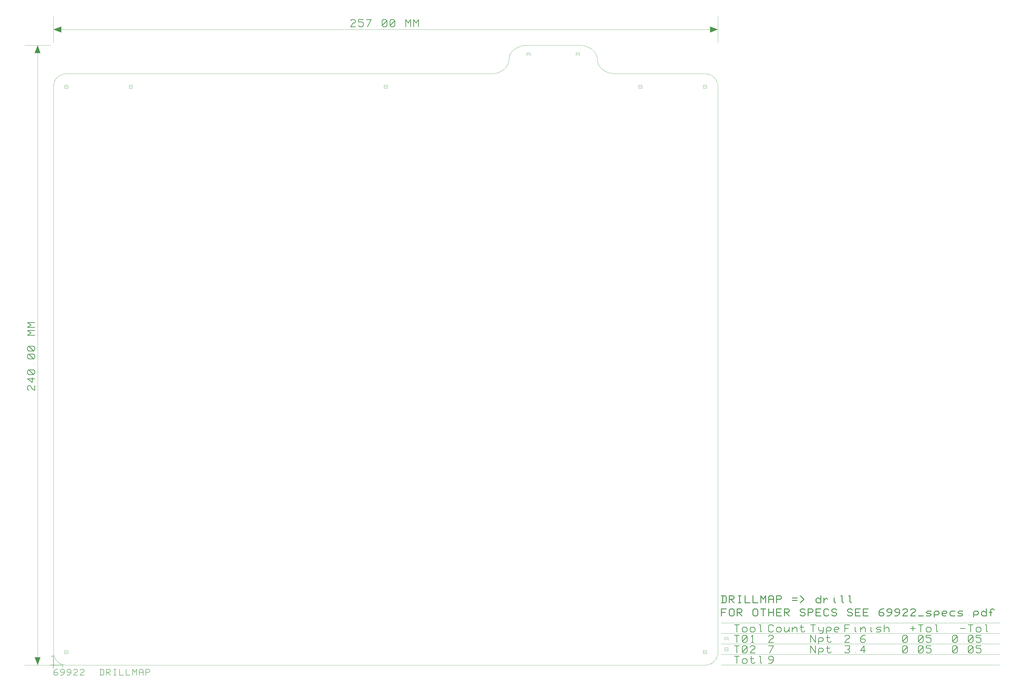
<source format=gbr>
*
%FSLAX26Y26*%
%MOIN*%
%ADD10C,0.005000*%
%ADD11C,0.004000*%
%ADD12C,0.007008*%
%ADD13C,0.001992*%
%ADD14R,0.002000X0.002000*%
%ADD15C,0.009000*%
%ADD16C,0.012000*%
%ADD17C,0.001000*%
%ADD18C,0.002000*%
%ADD19C,0.008000*%
%IPPOS*%
%LNdrillmap.gbr*%
%LPD*%
G75*
G54D10*
X7984500Y9310600D03*
G54D11*
X7959500Y9285600D02*
Y9335600D01*
X8009500D01*
Y9285600D01*
X7959500Y9310600D02*
X8009500D01*
G54D10*
X7234500D03*
G54D11*
X7209500Y9285600D02*
Y9335600D01*
X7259500D01*
Y9285600D01*
X7209500Y9310600D02*
X7259500D01*
G54D10*
X9921250Y196250D03*
G54D11*
X9896250Y171250D02*
Y221250D01*
X9946250D01*
Y171250D01*
X9896250Y196250D02*
X9946250D01*
X9896250Y171250D02*
X9946250D01*
G54D10*
X196850Y196250D03*
G54D11*
X171850Y171250D02*
Y221250D01*
X221850D01*
Y171250D01*
X171850Y196250D02*
X221850D01*
X171850Y171250D02*
X221850D01*
G54D10*
X196850Y8818350D03*
G54D11*
X171850Y8793350D02*
Y8843350D01*
X221850D01*
Y8793350D01*
X171850Y8818350D02*
X221850D01*
X171850Y8793350D02*
X221850D01*
G54D10*
X1181100Y8818350D03*
G54D11*
X1156100Y8793350D02*
Y8843350D01*
X1206100D01*
Y8793350D01*
X1156100Y8818350D02*
X1206100D01*
X1156100Y8793350D02*
X1206100D01*
G54D10*
X5059050Y8818350D03*
G54D11*
X5034050Y8793350D02*
Y8843350D01*
X5084050D01*
Y8793350D01*
X5034050Y8818350D02*
X5084050D01*
X5034050Y8793350D02*
X5084050D01*
G54D10*
X8937000Y8818350D03*
G54D11*
X8912000Y8793350D02*
Y8843350D01*
X8962000D01*
Y8793350D01*
X8912000Y8818350D02*
X8962000D01*
X8912000Y8793350D02*
X8962000D01*
G54D10*
X9921250Y8818350D03*
G54D11*
X9896250Y8793350D02*
Y8843350D01*
X9946250D01*
Y8793350D01*
X9896250Y8818350D02*
X9946250D01*
X9896250Y8793350D02*
X9946250D01*
G54D12*
X0Y-50000D02*
Y150000D01*
X-50000Y0D02*
X150000D01*
G54D13*
X130996Y-15767D02*
X146233Y-31004D01*
X130996D02*
X146233Y-15767D01*
X-31004Y146233D02*
Y138614D01*
X-27195Y134805D01*
X-15767D01*
Y146233D02*
Y130996D01*
X-19576Y127187D01*
X-27195D01*
G54D14*
X10168100Y0D02*
X14408100D01*
X10168100Y160000D02*
X14408100D01*
X10168100Y320000D02*
X14408100D01*
X10168100Y480000D02*
X14408100D01*
X10168100Y640000D02*
X14408100D01*
X10168100Y0D02*
Y640000D01*
X10328100Y0D02*
Y640000D01*
X10848100Y0D02*
Y640000D01*
X11488100Y0D02*
Y640000D01*
X12008100Y0D02*
Y640000D01*
X12888100Y0D02*
Y640000D01*
X13648100Y0D02*
Y640000D01*
X14408100Y0D02*
Y640000D01*
G54D15*
X10367600Y614765D02*
X10441110D01*
X10404355D02*
Y504500D01*
X10487600Y522877D02*
Y559632D01*
X10505977Y578010D01*
X10542732D01*
X10561110Y559632D01*
Y522877D01*
X10542732Y504500D01*
X10505977D01*
X10487600Y522877D01*
X10607600D02*
Y559632D01*
X10625977Y578010D01*
X10662732D01*
X10681110Y559632D01*
Y522877D01*
X10662732Y504500D01*
X10625977D01*
X10607600Y522877D01*
X10745977Y614765D02*
X10764355D01*
Y522877D01*
X10782732Y504500D01*
X10961110Y522877D02*
X10942732Y504500D01*
X10905977D01*
X10887600Y522877D01*
Y596387D01*
X10905977Y614765D01*
X10942732D01*
X10961110Y596387D01*
X11007600Y522877D02*
Y559632D01*
X11025977Y578010D01*
X11062732D01*
X11081110Y559632D01*
Y522877D01*
X11062732Y504500D01*
X11025977D01*
X11007600Y522877D01*
X11127600Y578010D02*
Y522877D01*
X11145977Y504500D01*
X11164355D01*
X11201110Y541255D01*
Y504500D02*
Y578010D01*
X11247600D02*
Y504500D01*
Y541255D02*
X11284355Y578010D01*
X11302732D01*
X11321110Y559632D01*
Y504500D01*
X11385977Y614765D02*
Y522877D01*
X11404355Y504500D01*
X11422732D01*
X11441110Y522877D01*
X11367600Y578010D02*
X11422732D01*
X11527600Y614765D02*
X11601110D01*
X11564355D02*
Y504500D01*
X11647600Y578010D02*
Y541255D01*
X11665977Y522877D01*
X11721110D01*
Y578010D02*
Y504500D01*
X11702732Y486122D01*
X11665977D01*
X11767600D02*
Y559632D01*
X11785977Y578010D01*
X11822732D01*
X11841110Y559632D01*
Y541255D01*
X11822732Y522877D01*
X11767600D01*
X11942732Y504500D02*
X11905977D01*
X11887600Y522877D01*
Y559632D01*
X11905977Y578010D01*
X11942732D01*
X11961110Y559632D01*
X11942732Y541255D01*
X11887600D01*
X12047600Y614765D02*
X12121110D01*
X12047600Y559632D02*
X12102732D01*
X12047600Y614765D02*
Y504500D01*
X12204355Y578010D02*
Y522877D01*
X12222732Y504500D01*
X12204355Y614765D03*
X12287600Y578010D02*
Y504500D01*
Y541255D02*
X12324355Y578010D01*
X12342732D01*
X12361110Y559632D01*
Y504500D01*
X12444355Y578010D02*
Y522877D01*
X12462732Y504500D01*
X12444355Y614765D03*
X12527600Y504500D02*
X12582732D01*
X12601110Y522877D01*
X12582732Y541255D01*
X12545977D01*
X12527600Y559632D01*
X12545977Y578010D01*
X12601110D01*
X12647600Y614765D02*
Y504500D01*
Y559632D02*
X12684355Y578010D01*
X12702732D01*
X12721110Y559632D01*
Y504500D01*
X13047600Y559632D02*
X13121110D01*
X13084355Y522877D02*
Y596387D01*
X13167600Y614765D02*
X13241110D01*
X13204355D02*
Y504500D01*
X13287600Y522877D02*
Y559632D01*
X13305977Y578010D01*
X13342732D01*
X13361110Y559632D01*
Y522877D01*
X13342732Y504500D01*
X13305977D01*
X13287600Y522877D01*
X13425977Y614765D02*
X13444355D01*
Y522877D01*
X13462732Y504500D01*
X13807600Y559632D02*
X13881110D01*
X13927600Y614765D02*
X14001110D01*
X13964355D02*
Y504500D01*
X14047600Y522877D02*
Y559632D01*
X14065977Y578010D01*
X14102732D01*
X14121110Y559632D01*
Y522877D01*
X14102732Y504500D01*
X14065977D01*
X14047600Y522877D01*
X14185977Y614765D02*
X14204355D01*
Y522877D01*
X14222732Y504500D01*
G54D11*
X10223100Y375000D02*
Y425000D01*
X10273100D01*
Y375000D01*
X10223100Y400000D02*
X10273100D01*
G54D15*
X10367600Y454765D02*
X10441110D01*
X10404355D02*
Y344500D01*
X10487600Y362877D02*
X10505977Y344500D01*
X10542732D01*
X10561110Y362877D01*
Y436387D01*
X10542732Y454765D01*
X10505977D01*
X10487600Y436387D01*
Y362877D01*
X10561110Y436387D01*
X10625977D02*
X10644355Y454765D01*
Y344500D01*
X10625977D02*
X10662732D01*
X10887600Y436387D02*
X10905977Y454765D01*
X10942732D01*
X10961110Y436387D01*
Y418010D01*
X10942732Y399632D01*
X10924355D01*
X10887600Y344500D01*
X10961110D01*
X11527600D02*
Y454765D01*
X11601110Y344500D01*
Y454765D01*
X11647600Y326122D02*
Y399632D01*
X11665977Y418010D01*
X11702732D01*
X11721110Y399632D01*
Y381255D01*
X11702732Y362877D01*
X11647600D01*
X11785977Y454765D02*
Y362877D01*
X11804355Y344500D01*
X11822732D01*
X11841110Y362877D01*
X11767600Y418010D02*
X11822732D01*
X12047600Y436387D02*
X12065977Y454765D01*
X12102732D01*
X12121110Y436387D01*
Y418010D01*
X12102732Y399632D01*
X12084355D01*
X12047600Y344500D01*
X12121110D01*
X12213544Y353689D03*
X12361110Y454765D02*
X12324355D01*
X12287600Y418010D01*
Y362877D01*
X12305977Y344500D01*
X12342732D01*
X12361110Y362877D01*
Y381255D01*
X12342732Y399632D01*
X12287600D01*
X12927600Y362877D02*
X12945977Y344500D01*
X12982732D01*
X13001110Y362877D01*
Y436387D01*
X12982732Y454765D01*
X12945977D01*
X12927600Y436387D01*
Y362877D01*
X13001110Y436387D01*
X13093544Y353689D03*
X13167600Y362877D02*
X13185977Y344500D01*
X13222732D01*
X13241110Y362877D01*
Y436387D01*
X13222732Y454765D01*
X13185977D01*
X13167600Y436387D01*
Y362877D01*
X13241110Y436387D01*
X13361110Y454765D02*
X13287600D01*
Y418010D01*
X13342732D01*
X13361110Y399632D01*
Y362877D01*
X13342732Y344500D01*
X13305977D01*
X13287600Y362877D01*
X13687600D02*
X13705977Y344500D01*
X13742732D01*
X13761110Y362877D01*
Y436387D01*
X13742732Y454765D01*
X13705977D01*
X13687600Y436387D01*
Y362877D01*
X13761110Y436387D01*
X13853544Y353689D03*
X13927600Y362877D02*
X13945977Y344500D01*
X13982732D01*
X14001110Y362877D01*
Y436387D01*
X13982732Y454765D01*
X13945977D01*
X13927600Y436387D01*
Y362877D01*
X14001110Y436387D01*
X14121110Y454765D02*
X14047600D01*
Y418010D01*
X14102732D01*
X14121110Y399632D01*
Y362877D01*
X14102732Y344500D01*
X14065977D01*
X14047600Y362877D01*
G54D11*
X10223100Y215000D02*
Y265000D01*
X10273100D01*
Y215000D01*
X10223100Y240000D02*
X10273100D01*
X10223100Y215000D02*
X10273100D01*
G54D15*
X10367600Y294765D02*
X10441110D01*
X10404355D02*
Y184500D01*
X10487600Y202877D02*
X10505977Y184500D01*
X10542732D01*
X10561110Y202877D01*
Y276387D01*
X10542732Y294765D01*
X10505977D01*
X10487600Y276387D01*
Y202877D01*
X10561110Y276387D01*
X10607600D02*
X10625977Y294765D01*
X10662732D01*
X10681110Y276387D01*
Y258010D01*
X10662732Y239632D01*
X10644355D01*
X10607600Y184500D01*
X10681110D01*
X10887600Y294765D02*
X10961110D01*
X10905977Y184500D01*
X11527600D02*
Y294765D01*
X11601110Y184500D01*
Y294765D01*
X11647600Y166122D02*
Y239632D01*
X11665977Y258010D01*
X11702732D01*
X11721110Y239632D01*
Y221255D01*
X11702732Y202877D01*
X11647600D01*
X11785977Y294765D02*
Y202877D01*
X11804355Y184500D01*
X11822732D01*
X11841110Y202877D01*
X11767600Y258010D02*
X11822732D01*
X12047600Y294765D02*
X12121110D01*
Y258010D01*
X12102732Y239632D01*
X12084355D01*
X12102732D02*
X12121110Y221255D01*
Y202877D01*
X12102732Y184500D01*
X12065977D01*
X12047600Y202877D01*
X12213544Y193689D03*
X12342732Y184500D02*
Y294765D01*
X12287600Y221255D01*
X12361110D01*
X12927600Y202877D02*
X12945977Y184500D01*
X12982732D01*
X13001110Y202877D01*
Y276387D01*
X12982732Y294765D01*
X12945977D01*
X12927600Y276387D01*
Y202877D01*
X13001110Y276387D01*
X13093544Y193689D03*
X13167600Y202877D02*
X13185977Y184500D01*
X13222732D01*
X13241110Y202877D01*
Y276387D01*
X13222732Y294765D01*
X13185977D01*
X13167600Y276387D01*
Y202877D01*
X13241110Y276387D01*
X13361110Y294765D02*
X13287600D01*
Y258010D01*
X13342732D01*
X13361110Y239632D01*
Y202877D01*
X13342732Y184500D01*
X13305977D01*
X13287600Y202877D01*
X13687600D02*
X13705977Y184500D01*
X13742732D01*
X13761110Y202877D01*
Y276387D01*
X13742732Y294765D01*
X13705977D01*
X13687600Y276387D01*
Y202877D01*
X13761110Y276387D01*
X13853544Y193689D03*
X13927600Y202877D02*
X13945977Y184500D01*
X13982732D01*
X14001110Y202877D01*
Y276387D01*
X13982732Y294765D01*
X13945977D01*
X13927600Y276387D01*
Y202877D01*
X14001110Y276387D01*
X14121110Y294765D02*
X14047600D01*
Y258010D01*
X14102732D01*
X14121110Y239632D01*
Y202877D01*
X14102732Y184500D01*
X14065977D01*
X14047600Y202877D01*
X10367600Y134765D02*
X10441110D01*
X10404355D02*
Y24500D01*
X10487600Y42877D02*
Y79632D01*
X10505977Y98010D01*
X10542732D01*
X10561110Y79632D01*
Y42877D01*
X10542732Y24500D01*
X10505977D01*
X10487600Y42877D01*
X10625977Y134765D02*
Y42877D01*
X10644355Y24500D01*
X10662732D01*
X10681110Y42877D01*
X10607600Y98010D02*
X10662732D01*
X10745977Y134765D02*
X10764355D01*
Y42877D01*
X10782732Y24500D01*
X10887600D02*
X10924355D01*
X10961110Y61255D01*
Y116387D01*
X10942732Y134765D01*
X10905977D01*
X10887600Y116387D01*
Y98010D01*
X10905977Y79632D01*
X10961110D01*
G54D16*
X10173100Y1056285D02*
X10226742D01*
X10244623Y1038404D01*
Y966881D01*
X10226742Y949000D01*
X10173100D01*
X10190981D02*
Y1056285D01*
X10293100Y949000D02*
Y1056285D01*
X10346742D01*
X10364623Y1038404D01*
Y1020523D01*
X10346742Y1002642D01*
X10293100D01*
X10310981D02*
X10364623Y949000D01*
X10430981Y1056285D02*
X10466742D01*
X10430981Y949000D02*
X10466742D01*
X10448862Y1056285D02*
Y949000D01*
X10533100Y1056285D02*
Y949000D01*
X10604623D01*
X10653100Y1056285D02*
Y949000D01*
X10724623D01*
X10773100D02*
Y1056285D01*
X10808862Y1002642D01*
X10844623Y1056285D01*
Y949000D01*
X10893100D02*
Y1038404D01*
X10910981Y1056285D01*
X10946742D01*
X10964623Y1038404D01*
Y949000D01*
X10893100Y1002642D02*
X10964623D01*
X11013100Y949000D02*
Y1056285D01*
X11066742D01*
X11084623Y1038404D01*
Y1020523D01*
X11066742Y1002642D01*
X11013100D01*
X11253100Y1020523D02*
X11324623D01*
X11253100Y984762D02*
X11324623D01*
X11373100Y1056285D02*
X11426742Y1002642D01*
X11373100Y949000D01*
X11684623Y1056285D02*
Y949000D01*
X11630981D01*
X11613100Y966881D01*
Y1002642D01*
X11630981Y1020523D01*
X11648862D01*
X11684623Y1002642D01*
X11733100Y1020523D02*
Y949000D01*
Y984762D02*
X11768862Y1020523D01*
X11786742Y1002642D01*
X11888862Y1020523D02*
Y966881D01*
X11906742Y949000D01*
X11888862Y1056285D03*
X11990981D02*
X12008862D01*
Y966881D01*
X12026742Y949000D01*
X12110981Y1056285D02*
X12128862D01*
Y966881D01*
X12146742Y949000D01*
X10173100Y856285D02*
X10244623D01*
X10173100Y802642D02*
X10226742D01*
X10173100Y856285D02*
Y749000D01*
X10293100Y766881D02*
Y838404D01*
X10310981Y856285D01*
X10346742D01*
X10364623Y838404D01*
Y766881D01*
X10346742Y749000D01*
X10310981D01*
X10293100Y766881D01*
X10413100Y749000D02*
Y856285D01*
X10466742D01*
X10484623Y838404D01*
Y820523D01*
X10466742Y802642D01*
X10413100D01*
X10430981D02*
X10484623Y749000D01*
X10653100Y766881D02*
Y838404D01*
X10670981Y856285D01*
X10706742D01*
X10724623Y838404D01*
Y766881D01*
X10706742Y749000D01*
X10670981D01*
X10653100Y766881D01*
X10773100Y856285D02*
X10844623D01*
X10808862D02*
Y749000D01*
X10893100Y856285D02*
Y749000D01*
X10964623Y856285D02*
Y749000D01*
X10893100Y802642D02*
X10964623D01*
X11013100Y856285D02*
X11084623D01*
X11013100Y749000D02*
X11084623D01*
X11013100Y802642D02*
X11066742D01*
X11013100Y856285D02*
Y749000D01*
X11133100D02*
Y856285D01*
X11186742D01*
X11204623Y838404D01*
Y820523D01*
X11186742Y802642D01*
X11133100D01*
X11150981D02*
X11204623Y749000D01*
X11373100Y766881D02*
X11390981Y749000D01*
X11426742D01*
X11444623Y766881D01*
Y784762D01*
X11426742Y802642D01*
X11390981D01*
X11373100Y820523D01*
Y838404D01*
X11390981Y856285D01*
X11426742D01*
X11444623Y838404D01*
X11493100Y749000D02*
Y856285D01*
X11546742D01*
X11564623Y838404D01*
Y820523D01*
X11546742Y802642D01*
X11493100D01*
X11613100Y856285D02*
X11684623D01*
X11613100Y749000D02*
X11684623D01*
X11613100Y802642D02*
X11666742D01*
X11613100Y856285D02*
Y749000D01*
X11804623Y766881D02*
X11786742Y749000D01*
X11750981D01*
X11733100Y766881D01*
Y838404D01*
X11750981Y856285D01*
X11786742D01*
X11804623Y838404D01*
X11853100Y766881D02*
X11870981Y749000D01*
X11906742D01*
X11924623Y766881D01*
Y784762D01*
X11906742Y802642D01*
X11870981D01*
X11853100Y820523D01*
Y838404D01*
X11870981Y856285D01*
X11906742D01*
X11924623Y838404D01*
X12093100Y766881D02*
X12110981Y749000D01*
X12146742D01*
X12164623Y766881D01*
Y784762D01*
X12146742Y802642D01*
X12110981D01*
X12093100Y820523D01*
Y838404D01*
X12110981Y856285D01*
X12146742D01*
X12164623Y838404D01*
X12213100Y856285D02*
X12284623D01*
X12213100Y749000D02*
X12284623D01*
X12213100Y802642D02*
X12266742D01*
X12213100Y856285D02*
Y749000D01*
X12333100Y856285D02*
X12404623D01*
X12333100Y749000D02*
X12404623D01*
X12333100Y802642D02*
X12386742D01*
X12333100Y856285D02*
Y749000D01*
X12644623Y856285D02*
X12608862D01*
X12573100Y820523D01*
Y766881D01*
X12590981Y749000D01*
X12626742D01*
X12644623Y766881D01*
Y784762D01*
X12626742Y802642D01*
X12573100D01*
X12693100Y749000D02*
X12728862D01*
X12764623Y784762D01*
Y838404D01*
X12746742Y856285D01*
X12710981D01*
X12693100Y838404D01*
Y820523D01*
X12710981Y802642D01*
X12764623D01*
X12813100Y749000D02*
X12848862D01*
X12884623Y784762D01*
Y838404D01*
X12866742Y856285D01*
X12830981D01*
X12813100Y838404D01*
Y820523D01*
X12830981Y802642D01*
X12884623D01*
X12933100Y838404D02*
X12950981Y856285D01*
X12986742D01*
X13004623Y838404D01*
Y820523D01*
X12986742Y802642D01*
X12968862D01*
X12933100Y749000D01*
X13004623D01*
X13053100Y838404D02*
X13070981Y856285D01*
X13106742D01*
X13124623Y838404D01*
Y820523D01*
X13106742Y802642D01*
X13088862D01*
X13053100Y749000D01*
X13124623D01*
X13173100D02*
X13244623D01*
X13293100D02*
X13346742D01*
X13364623Y766881D01*
X13346742Y784762D01*
X13310981D01*
X13293100Y802642D01*
X13310981Y820523D01*
X13364623D01*
X13413100Y731119D02*
Y802642D01*
X13430981Y820523D01*
X13466742D01*
X13484623Y802642D01*
Y784762D01*
X13466742Y766881D01*
X13413100D01*
X13586742Y749000D02*
X13550981D01*
X13533100Y766881D01*
Y802642D01*
X13550981Y820523D01*
X13586742D01*
X13604623Y802642D01*
X13586742Y784762D01*
X13533100D01*
X13724623Y820523D02*
X13670981D01*
X13653100Y802642D01*
Y766881D01*
X13670981Y749000D01*
X13724623D01*
X13773100D02*
X13826742D01*
X13844623Y766881D01*
X13826742Y784762D01*
X13790981D01*
X13773100Y802642D01*
X13790981Y820523D01*
X13844623D01*
X13937802Y757940D03*
X14013100Y731119D02*
Y802642D01*
X14030981Y820523D01*
X14066742D01*
X14084623Y802642D01*
Y784762D01*
X14066742Y766881D01*
X14013100D01*
X14204623Y856285D02*
Y749000D01*
X14150981D01*
X14133100Y766881D01*
Y802642D01*
X14150981Y820523D01*
X14168862D01*
X14204623Y802642D01*
X14270981Y749000D02*
Y838404D01*
X14288862Y856285D01*
X14306742D01*
X14324623Y838404D01*
X14253100Y802642D02*
X14288862D01*
G36*
X0Y9688800D02*
X120000Y9734954D01*
Y9642646D01*
X0Y9688800D01*
G37*
G36*
X10118100D02*
X9998100Y9642646D01*
Y9734954D01*
X10118100Y9688800D01*
G37*
G54D17*
X0D02*
X10118100D01*
X0Y9888800D02*
Y9488800D01*
X10118100Y9888800D02*
Y9488800D01*
G54D15*
X4523550Y9825187D02*
X4541927Y9843565D01*
X4578682D01*
X4597060Y9825187D01*
Y9806810D01*
X4578682Y9788432D01*
X4560305D01*
X4523550Y9733300D01*
X4597060D01*
X4717060Y9843565D02*
X4643550D01*
Y9806810D01*
X4698682D01*
X4717060Y9788432D01*
Y9751677D01*
X4698682Y9733300D01*
X4661927D01*
X4643550Y9751677D01*
X4763550Y9843565D02*
X4837060D01*
X4781927Y9733300D01*
X4929494Y9742488D03*
X5003550Y9751677D02*
X5021927Y9733300D01*
X5058682D01*
X5077060Y9751677D01*
Y9825187D01*
X5058682Y9843565D01*
X5021927D01*
X5003550Y9825187D01*
Y9751677D01*
X5077060Y9825187D01*
X5123550Y9751677D02*
X5141927Y9733300D01*
X5178682D01*
X5197060Y9751677D01*
Y9825187D01*
X5178682Y9843565D01*
X5141927D01*
X5123550Y9825187D01*
Y9751677D01*
X5197060Y9825187D01*
X5363550Y9733300D02*
Y9843565D01*
X5400305Y9788432D01*
X5437060Y9843565D01*
Y9733300D01*
X5483550D02*
Y9843565D01*
X5520305Y9788432D01*
X5557060Y9843565D01*
Y9733300D01*
G36*
X-240000Y0D02*
X-286154Y120000D01*
X-193846D01*
X-240000Y0D01*
G37*
G36*
Y9448800D02*
X-193846Y9328800D01*
X-286154D01*
X-240000Y9448800D01*
G37*
G54D17*
Y0D02*
Y9448800D01*
X-40000Y0D02*
X-440000D01*
X-40000Y9448800D02*
X-440000D01*
G54D15*
X-376387Y4188900D02*
X-394765Y4207277D01*
Y4244032D01*
X-376387Y4262410D01*
X-358010D01*
X-339632Y4244032D01*
Y4225655D01*
X-284500Y4188900D01*
Y4262410D01*
Y4364032D02*
X-394765D01*
X-321255Y4308900D01*
Y4382410D01*
X-302877Y4428900D02*
X-284500Y4447277D01*
Y4484032D01*
X-302877Y4502410D01*
X-376387D01*
X-394765Y4484032D01*
Y4447277D01*
X-376387Y4428900D01*
X-302877D01*
X-376387Y4502410D01*
X-293689Y4594844D03*
X-302877Y4668900D02*
X-284500Y4687277D01*
Y4724032D01*
X-302877Y4742410D01*
X-376387D01*
X-394765Y4724032D01*
Y4687277D01*
X-376387Y4668900D01*
X-302877D01*
X-376387Y4742410D01*
X-302877Y4788900D02*
X-284500Y4807277D01*
Y4844032D01*
X-302877Y4862410D01*
X-376387D01*
X-394765Y4844032D01*
Y4807277D01*
X-376387Y4788900D01*
X-302877D01*
X-376387Y4862410D01*
X-284500Y5028900D02*
X-394765D01*
X-339632Y5065655D01*
X-394765Y5102410D01*
X-284500D01*
Y5148900D02*
X-394765D01*
X-339632Y5185655D01*
X-394765Y5222410D01*
X-284500D01*
G54D18*
X8014396Y9448800D02*
X8023813Y9448399D01*
X8042398Y9447000D01*
X8051474Y9445903D01*
X8069401Y9443100D01*
X8078195Y9441301D01*
X8095500Y9437100D01*
X8104000Y9434699D01*
X8120382Y9429306D01*
X8128488Y9426305D01*
X8144094Y9419702D01*
X8151681Y9416208D01*
X8166285Y9408508D01*
X8173390Y9404405D01*
X8186983Y9395711D01*
X8193595Y9391103D01*
X8205997Y9381402D01*
X8212013Y9376388D01*
X8223192Y9365807D01*
X8228498Y9360302D01*
X8238393Y9349009D01*
X8243005Y9343094D01*
X8251493Y9331009D01*
X8255400Y9324700D01*
X8258915Y9318375D01*
G02X8268093Y9298720I-96418J-56994D01*
G01X8270807Y9291980D01*
X8273089Y9285234D01*
X8274904Y9278286D01*
G02X8279098Y9257018I-98460J-30463D01*
G01X8279997Y9249924D01*
X8280500Y9242578D01*
Y9227594D01*
X8280999Y9220209D01*
X8281901Y9212793D01*
G03X8286099Y9191002I129555J13660D01*
G01X8287999Y9183903D01*
X8290200Y9176901D01*
X8295599Y9163101D01*
X8298702Y9156396D01*
X8305697Y9143305D01*
X8309501Y9136899D01*
X8317998Y9124503D01*
X8322601Y9118399D01*
X8327612Y9112585D01*
G03X8343362Y9095735I118736J95198D01*
G01X8349099Y9090301D01*
X8355002Y9085098D01*
X8367492Y9075206D01*
X8374002Y9070399D01*
X8387598Y9061501D01*
X8394696Y9057302D01*
X8409395Y9049403D01*
X8416906Y9045698D01*
X8432598Y9039001D01*
X8440605Y9035898D01*
X8457097Y9030301D01*
X8465500Y9027900D01*
X8474217Y9025696D01*
G03X8500592Y9020301I61574J233873D01*
G01X8509500Y9018900D01*
X8518703Y9017800D01*
X8537200Y9016300D01*
X8546598Y9015900D01*
X9921186Y9015800D01*
X9959700Y9012000D01*
X9996599Y9000800D01*
X10030601Y8982599D01*
X10060399Y8958201D01*
X10084899Y8928302D01*
X10103100Y8894299D01*
X10114300Y8857402D01*
X10118100Y8818983D01*
X10118098Y196809D01*
X10114299Y158398D01*
X10103100Y121501D01*
X10084899Y87499D01*
X10060401Y57601D01*
X10030600Y33100D01*
X9996601Y15000D01*
X9959700Y3700D01*
X9921200Y0D01*
X196916D01*
X158400Y3700D01*
X121499Y15000D01*
X87499Y33100D01*
X57599Y57601D01*
X33201Y87499D01*
X14999Y121501D01*
X3800Y158398D01*
X0Y196817D01*
X2Y8818991D01*
X3801Y8857402D01*
X15000Y8894299D01*
X33201Y8928301D01*
X57601Y8958200D01*
X87498Y8982599D01*
X121501Y9000800D01*
X158399Y9012000D01*
X196897Y9015800D01*
X6675700D01*
X6684897Y9016200D01*
X6703008Y9017701D01*
X6711993Y9018799D01*
X6729500Y9021700D01*
X6738200Y9023500D01*
X6755102Y9027801D01*
X6763398Y9030300D01*
X6779501Y9035900D01*
X6787398Y9038899D01*
X6795018Y9042307D01*
G03X6814757Y9051936I-69918J168372D01*
G01X6824504Y9057302D01*
X6831399Y9061499D01*
X6844696Y9070497D01*
X6851096Y9075197D01*
X6863401Y9085201D01*
X6869198Y9090398D01*
X6880202Y9101303D01*
X6885400Y9106900D01*
X6895100Y9118600D01*
X6899602Y9124702D01*
X6907900Y9137201D01*
X6911701Y9143602D01*
X6918501Y9156801D01*
X6921599Y9163498D01*
X6926800Y9177299D01*
X6929100Y9184301D01*
X6932600Y9198599D01*
X6933999Y9205895D01*
X6935900Y9220702D01*
X6936300Y9228200D01*
X6936301Y9243184D01*
X6936801Y9250395D01*
X6938699Y9264795D01*
X6940198Y9271788D01*
X6943900Y9285700D01*
X6946204Y9292508D01*
X6951701Y9305802D01*
X6954902Y9312404D01*
X6961995Y9325092D01*
X6965893Y9331289D01*
X6974593Y9343390D01*
X6979291Y9349190D01*
X6989394Y9360592D01*
X6994805Y9366004D01*
X7006291Y9376591D01*
X7012281Y9381584D01*
X7024988Y9391291D01*
X7031710Y9395806D01*
X7045591Y9404494D01*
X7052796Y9408597D01*
X7067797Y9416299D01*
X7075499Y9419799D01*
X7091498Y9426400D01*
X7099699Y9429400D01*
X7116514Y9434804D01*
X7125085Y9437196D01*
X7142694Y9441298D01*
X7151694Y9443099D01*
X7169999Y9445900D01*
X7179296Y9446999D01*
X7198191Y9448399D01*
X7207803Y9448800D01*
X8014396D01*
G54D19*
X68927Y-64609D02*
X38464D01*
X8000Y-95073D01*
Y-140768D01*
X23232Y-156000D01*
X53695D01*
X68927Y-140768D01*
Y-125536D01*
X53695Y-110305D01*
X8000D01*
X108000Y-156000D02*
X138464D01*
X168927Y-125536D01*
Y-79841D01*
X153695Y-64609D01*
X123232D01*
X108000Y-79841D01*
Y-95073D01*
X123232Y-110305D01*
X168927D01*
X208000Y-156000D02*
X238464D01*
X268927Y-125536D01*
Y-79841D01*
X253695Y-64609D01*
X223232D01*
X208000Y-79841D01*
Y-95073D01*
X223232Y-110305D01*
X268927D01*
X308000Y-79841D02*
X323232Y-64609D01*
X353695D01*
X368927Y-79841D01*
Y-95073D01*
X353695Y-110305D01*
X338464D01*
X308000Y-156000D01*
X368927D01*
X408000Y-79841D02*
X423232Y-64609D01*
X453695D01*
X468927Y-79841D01*
Y-95073D01*
X453695Y-110305D01*
X438464D01*
X408000Y-156000D01*
X468927D01*
X708000Y-64609D02*
X753695D01*
X768927Y-79841D01*
Y-140768D01*
X753695Y-156000D01*
X708000D01*
X723232D02*
Y-64609D01*
X808000Y-156000D02*
Y-64609D01*
X853695D01*
X868927Y-79841D01*
Y-95073D01*
X853695Y-110305D01*
X808000D01*
X823232D02*
X868927Y-156000D01*
X923232Y-64609D02*
X953695D01*
X923232Y-156000D02*
X953695D01*
X938464Y-64609D02*
Y-156000D01*
X1008000Y-64609D02*
Y-156000D01*
X1068927D01*
X1108000Y-64609D02*
Y-156000D01*
X1168927D01*
X1208000D02*
Y-64609D01*
X1238464Y-110305D01*
X1268927Y-64609D01*
Y-156000D01*
X1308000D02*
Y-79841D01*
X1323232Y-64609D01*
X1353695D01*
X1368927Y-79841D01*
Y-156000D01*
X1308000Y-110305D02*
X1368927D01*
X1408000Y-156000D02*
Y-64609D01*
X1453695D01*
X1468927Y-79841D01*
Y-95073D01*
X1453695Y-110305D01*
X1408000D01*
M02*

</source>
